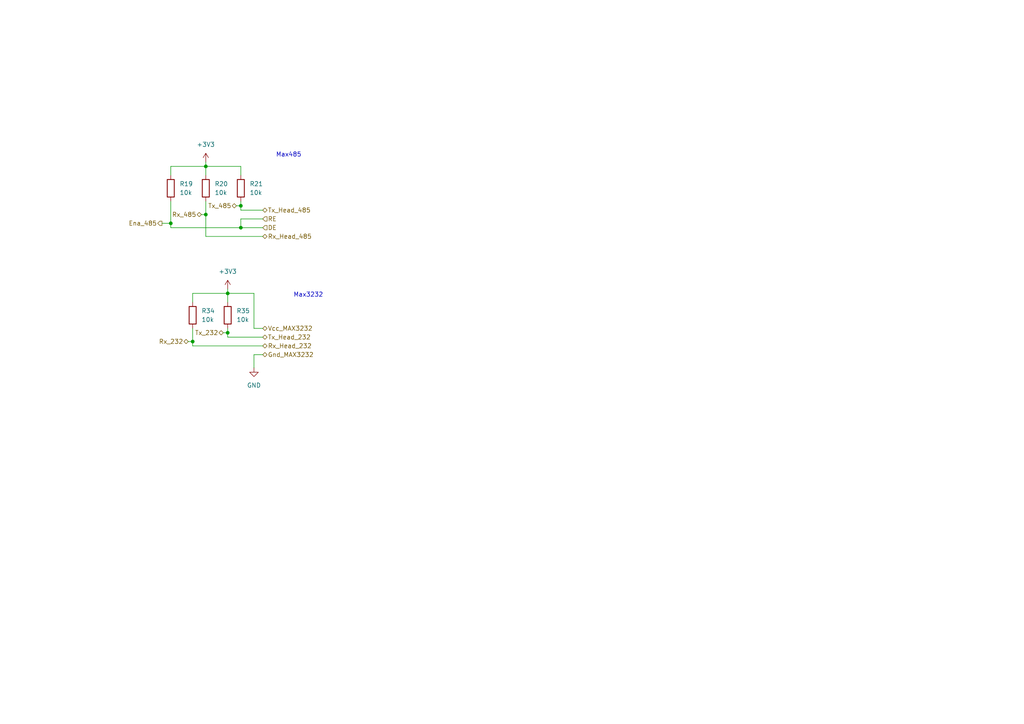
<source format=kicad_sch>
(kicad_sch (version 20211123) (generator eeschema)

  (uuid 11f3b99f-2d41-4ecb-b4c3-03260ae549fe)

  (paper "A4")

  (lib_symbols
    (symbol "Device:R" (pin_numbers hide) (pin_names (offset 0)) (in_bom yes) (on_board yes)
      (property "Reference" "R" (id 0) (at 2.032 0 90)
        (effects (font (size 1.27 1.27)))
      )
      (property "Value" "R" (id 1) (at 0 0 90)
        (effects (font (size 1.27 1.27)))
      )
      (property "Footprint" "" (id 2) (at -1.778 0 90)
        (effects (font (size 1.27 1.27)) hide)
      )
      (property "Datasheet" "~" (id 3) (at 0 0 0)
        (effects (font (size 1.27 1.27)) hide)
      )
      (property "ki_keywords" "R res resistor" (id 4) (at 0 0 0)
        (effects (font (size 1.27 1.27)) hide)
      )
      (property "ki_description" "Resistor" (id 5) (at 0 0 0)
        (effects (font (size 1.27 1.27)) hide)
      )
      (property "ki_fp_filters" "R_*" (id 6) (at 0 0 0)
        (effects (font (size 1.27 1.27)) hide)
      )
      (symbol "R_0_1"
        (rectangle (start -1.016 -2.54) (end 1.016 2.54)
          (stroke (width 0.254) (type default) (color 0 0 0 0))
          (fill (type none))
        )
      )
      (symbol "R_1_1"
        (pin passive line (at 0 3.81 270) (length 1.27)
          (name "~" (effects (font (size 1.27 1.27))))
          (number "1" (effects (font (size 1.27 1.27))))
        )
        (pin passive line (at 0 -3.81 90) (length 1.27)
          (name "~" (effects (font (size 1.27 1.27))))
          (number "2" (effects (font (size 1.27 1.27))))
        )
      )
    )
    (symbol "power:+3.3V" (power) (pin_names (offset 0)) (in_bom yes) (on_board yes)
      (property "Reference" "#PWR" (id 0) (at 0 -3.81 0)
        (effects (font (size 1.27 1.27)) hide)
      )
      (property "Value" "+3.3V" (id 1) (at 0 3.556 0)
        (effects (font (size 1.27 1.27)))
      )
      (property "Footprint" "" (id 2) (at 0 0 0)
        (effects (font (size 1.27 1.27)) hide)
      )
      (property "Datasheet" "" (id 3) (at 0 0 0)
        (effects (font (size 1.27 1.27)) hide)
      )
      (property "ki_keywords" "power-flag" (id 4) (at 0 0 0)
        (effects (font (size 1.27 1.27)) hide)
      )
      (property "ki_description" "Power symbol creates a global label with name \"+3.3V\"" (id 5) (at 0 0 0)
        (effects (font (size 1.27 1.27)) hide)
      )
      (symbol "+3.3V_0_1"
        (polyline
          (pts
            (xy -0.762 1.27)
            (xy 0 2.54)
          )
          (stroke (width 0) (type default) (color 0 0 0 0))
          (fill (type none))
        )
        (polyline
          (pts
            (xy 0 0)
            (xy 0 2.54)
          )
          (stroke (width 0) (type default) (color 0 0 0 0))
          (fill (type none))
        )
        (polyline
          (pts
            (xy 0 2.54)
            (xy 0.762 1.27)
          )
          (stroke (width 0) (type default) (color 0 0 0 0))
          (fill (type none))
        )
      )
      (symbol "+3.3V_1_1"
        (pin power_in line (at 0 0 90) (length 0) hide
          (name "+3V3" (effects (font (size 1.27 1.27))))
          (number "1" (effects (font (size 1.27 1.27))))
        )
      )
    )
    (symbol "power:GND" (power) (pin_names (offset 0)) (in_bom yes) (on_board yes)
      (property "Reference" "#PWR" (id 0) (at 0 -6.35 0)
        (effects (font (size 1.27 1.27)) hide)
      )
      (property "Value" "GND" (id 1) (at 0 -3.81 0)
        (effects (font (size 1.27 1.27)))
      )
      (property "Footprint" "" (id 2) (at 0 0 0)
        (effects (font (size 1.27 1.27)) hide)
      )
      (property "Datasheet" "" (id 3) (at 0 0 0)
        (effects (font (size 1.27 1.27)) hide)
      )
      (property "ki_keywords" "power-flag" (id 4) (at 0 0 0)
        (effects (font (size 1.27 1.27)) hide)
      )
      (property "ki_description" "Power symbol creates a global label with name \"GND\" , ground" (id 5) (at 0 0 0)
        (effects (font (size 1.27 1.27)) hide)
      )
      (symbol "GND_0_1"
        (polyline
          (pts
            (xy 0 0)
            (xy 0 -1.27)
            (xy 1.27 -1.27)
            (xy 0 -2.54)
            (xy -1.27 -1.27)
            (xy 0 -1.27)
          )
          (stroke (width 0) (type default) (color 0 0 0 0))
          (fill (type none))
        )
      )
      (symbol "GND_1_1"
        (pin power_in line (at 0 0 270) (length 0) hide
          (name "GND" (effects (font (size 1.27 1.27))))
          (number "1" (effects (font (size 1.27 1.27))))
        )
      )
    )
  )

  (junction (at 59.69 48.26) (diameter 0) (color 0 0 0 0)
    (uuid 171a7904-5b03-4635-8d8d-13e4737966de)
  )
  (junction (at 55.88 99.06) (diameter 0) (color 0 0 0 0)
    (uuid 517caf4b-6ed1-411b-af24-2443ff5399e7)
  )
  (junction (at 66.04 96.52) (diameter 0) (color 0 0 0 0)
    (uuid 58ea7dac-9d63-4a27-9c12-8452ee8ab305)
  )
  (junction (at 49.53 64.77) (diameter 0) (color 0 0 0 0)
    (uuid 67f6982d-4127-40e4-ac54-671733d03708)
  )
  (junction (at 66.04 85.09) (diameter 0) (color 0 0 0 0)
    (uuid 75718a41-bdf3-45be-8e8d-c2821ff5445d)
  )
  (junction (at 69.85 66.04) (diameter 0) (color 0 0 0 0)
    (uuid 94e166a0-a4c2-43b4-a4c9-f321a0ba915f)
  )
  (junction (at 59.69 62.23) (diameter 0) (color 0 0 0 0)
    (uuid 97ca1508-1f54-41c0-b4b7-1cfa3260d197)
  )
  (junction (at 69.85 59.69) (diameter 0) (color 0 0 0 0)
    (uuid a3cb0100-c5d3-42e0-869b-48e3e52198d8)
  )

  (wire (pts (xy 73.66 95.25) (xy 76.2 95.25))
    (stroke (width 0) (type default) (color 0 0 0 0))
    (uuid 08f1a05b-26ba-4e8b-bba2-8bb5d9c4aba7)
  )
  (wire (pts (xy 59.69 48.26) (xy 59.69 50.8))
    (stroke (width 0) (type default) (color 0 0 0 0))
    (uuid 0ff3ac6a-a1f4-48ed-b866-a2a50289fcfb)
  )
  (wire (pts (xy 49.53 48.26) (xy 59.69 48.26))
    (stroke (width 0) (type default) (color 0 0 0 0))
    (uuid 1c77099f-5fcc-4d3f-941e-f6d16892acd9)
  )
  (wire (pts (xy 49.53 58.42) (xy 49.53 64.77))
    (stroke (width 0) (type default) (color 0 0 0 0))
    (uuid 25f05fe8-94ee-4630-b914-5870337e2f03)
  )
  (wire (pts (xy 69.85 63.5) (xy 76.2 63.5))
    (stroke (width 0) (type default) (color 0 0 0 0))
    (uuid 27cb69d2-9ed8-46be-8549-a6a58f48d319)
  )
  (wire (pts (xy 55.88 85.09) (xy 66.04 85.09))
    (stroke (width 0) (type default) (color 0 0 0 0))
    (uuid 2889e2d3-0a59-44a2-93da-26efed84931b)
  )
  (wire (pts (xy 69.85 59.69) (xy 69.85 58.42))
    (stroke (width 0) (type default) (color 0 0 0 0))
    (uuid 40298f4e-ccaf-4f86-ab65-ef5a92f5d96d)
  )
  (wire (pts (xy 59.69 68.58) (xy 76.2 68.58))
    (stroke (width 0) (type default) (color 0 0 0 0))
    (uuid 476a72fc-9117-4525-9012-bf4b8e6947c2)
  )
  (wire (pts (xy 69.85 66.04) (xy 76.2 66.04))
    (stroke (width 0) (type default) (color 0 0 0 0))
    (uuid 4ac7b189-7b79-4439-8064-b1695ebbec46)
  )
  (wire (pts (xy 73.66 95.25) (xy 73.66 85.09))
    (stroke (width 0) (type default) (color 0 0 0 0))
    (uuid 4da876ea-9ae7-4c1b-8db1-025612fdb21c)
  )
  (wire (pts (xy 66.04 85.09) (xy 66.04 87.63))
    (stroke (width 0) (type default) (color 0 0 0 0))
    (uuid 5b1cd19c-9ebe-4a51-9ab6-776b9917675f)
  )
  (wire (pts (xy 59.69 62.23) (xy 59.69 58.42))
    (stroke (width 0) (type default) (color 0 0 0 0))
    (uuid 60959cc7-40f5-472d-9987-2d46d9584afc)
  )
  (wire (pts (xy 69.85 60.96) (xy 69.85 59.69))
    (stroke (width 0) (type default) (color 0 0 0 0))
    (uuid 62bbd6a6-eb59-43d3-b9e5-f7c879d4695e)
  )
  (wire (pts (xy 69.85 63.5) (xy 69.85 66.04))
    (stroke (width 0) (type default) (color 0 0 0 0))
    (uuid 6ad36736-86cf-49d8-b455-8a219387b017)
  )
  (wire (pts (xy 66.04 97.79) (xy 76.2 97.79))
    (stroke (width 0) (type default) (color 0 0 0 0))
    (uuid 722fdd28-89a1-4042-b9a4-61bc8fc6f037)
  )
  (wire (pts (xy 49.53 50.8) (xy 49.53 48.26))
    (stroke (width 0) (type default) (color 0 0 0 0))
    (uuid 74a27a86-cba0-40df-8607-1fa65dd179c2)
  )
  (wire (pts (xy 68.58 59.69) (xy 69.85 59.69))
    (stroke (width 0) (type default) (color 0 0 0 0))
    (uuid 76bf27e9-2ab5-4ce8-bb65-ff76c222e0f0)
  )
  (wire (pts (xy 46.99 64.77) (xy 49.53 64.77))
    (stroke (width 0) (type default) (color 0 0 0 0))
    (uuid 76f50c9b-7865-4cde-ab6a-6f4f14cd04db)
  )
  (wire (pts (xy 76.2 100.33) (xy 55.88 100.33))
    (stroke (width 0) (type default) (color 0 0 0 0))
    (uuid 779db2fc-3aa8-4331-a53b-14d38f68555f)
  )
  (wire (pts (xy 59.69 68.58) (xy 59.69 62.23))
    (stroke (width 0) (type default) (color 0 0 0 0))
    (uuid 894fa5c1-fb5c-40f8-ad6e-af845533b9e5)
  )
  (wire (pts (xy 69.85 66.04) (xy 49.53 66.04))
    (stroke (width 0) (type default) (color 0 0 0 0))
    (uuid 8d61c295-2e0e-4f8e-b28c-3238850b8cf9)
  )
  (wire (pts (xy 69.85 50.8) (xy 69.85 48.26))
    (stroke (width 0) (type default) (color 0 0 0 0))
    (uuid 8f20383e-28f0-4e09-8f95-08f06cb7795a)
  )
  (wire (pts (xy 55.88 100.33) (xy 55.88 99.06))
    (stroke (width 0) (type default) (color 0 0 0 0))
    (uuid 8f2c91ce-82b8-4f84-bdd0-d0d55785cc2b)
  )
  (wire (pts (xy 66.04 97.79) (xy 66.04 96.52))
    (stroke (width 0) (type default) (color 0 0 0 0))
    (uuid 954283d3-362e-4a15-beee-1a6f008d1fb5)
  )
  (wire (pts (xy 54.61 99.06) (xy 55.88 99.06))
    (stroke (width 0) (type default) (color 0 0 0 0))
    (uuid a0185791-12c6-406f-bf39-165f7a77e5d0)
  )
  (wire (pts (xy 76.2 102.87) (xy 73.66 102.87))
    (stroke (width 0) (type default) (color 0 0 0 0))
    (uuid a20df0d1-7cc8-4d1f-b3cb-9f3bd0cc0daa)
  )
  (wire (pts (xy 55.88 87.63) (xy 55.88 85.09))
    (stroke (width 0) (type default) (color 0 0 0 0))
    (uuid a7ef8093-dc30-4f1f-aefc-f316527e52a9)
  )
  (wire (pts (xy 69.85 60.96) (xy 76.2 60.96))
    (stroke (width 0) (type default) (color 0 0 0 0))
    (uuid aacc8de9-18fe-43d9-8e64-c3cf4c166545)
  )
  (wire (pts (xy 55.88 99.06) (xy 55.88 95.25))
    (stroke (width 0) (type default) (color 0 0 0 0))
    (uuid af02cc1b-1ca7-4bd0-84f9-ecdf32f7a450)
  )
  (wire (pts (xy 73.66 85.09) (xy 66.04 85.09))
    (stroke (width 0) (type default) (color 0 0 0 0))
    (uuid cad6a29a-14d5-4336-a231-41fcc5939ff9)
  )
  (wire (pts (xy 69.85 48.26) (xy 59.69 48.26))
    (stroke (width 0) (type default) (color 0 0 0 0))
    (uuid d01dcff6-9ed2-441e-8fee-4f61bc7e10e9)
  )
  (wire (pts (xy 49.53 66.04) (xy 49.53 64.77))
    (stroke (width 0) (type default) (color 0 0 0 0))
    (uuid d0bd8bff-52ae-499a-9c15-3b619e35f288)
  )
  (wire (pts (xy 66.04 96.52) (xy 66.04 95.25))
    (stroke (width 0) (type default) (color 0 0 0 0))
    (uuid d75208e9-dda3-4f53-b41b-432e3c976c98)
  )
  (wire (pts (xy 64.77 96.52) (xy 66.04 96.52))
    (stroke (width 0) (type default) (color 0 0 0 0))
    (uuid de3ffe07-dd8c-4a2f-a99f-04237bff30e8)
  )
  (wire (pts (xy 73.66 102.87) (xy 73.66 106.68))
    (stroke (width 0) (type default) (color 0 0 0 0))
    (uuid e07c0632-cadd-4f25-a476-1d8f0dd8fab2)
  )
  (wire (pts (xy 66.04 83.82) (xy 66.04 85.09))
    (stroke (width 0) (type default) (color 0 0 0 0))
    (uuid f650d9cf-e6cd-4677-99f2-c33423ab7337)
  )
  (wire (pts (xy 59.69 46.99) (xy 59.69 48.26))
    (stroke (width 0) (type default) (color 0 0 0 0))
    (uuid f719e343-7002-4eed-9477-aded76e14d9e)
  )
  (wire (pts (xy 58.42 62.23) (xy 59.69 62.23))
    (stroke (width 0) (type default) (color 0 0 0 0))
    (uuid fdc2ba05-6eab-4690-bcf8-9c8644a074b1)
  )

  (text "Max3232" (at 85.09 86.36 0)
    (effects (font (size 1.27 1.27)) (justify left bottom))
    (uuid 7e39e5b2-a236-4b3c-8d58-7ac5aa3fb115)
  )
  (text "Max485" (at 80.01 45.72 0)
    (effects (font (size 1.27 1.27)) (justify left bottom))
    (uuid 9ef796f8-9b5d-41fb-a983-12e357269a70)
  )

  (hierarchical_label "Vcc_MAX3232" (shape bidirectional) (at 76.2 95.25 0)
    (effects (font (size 1.27 1.27)) (justify left))
    (uuid 043177e1-68a0-4ef8-b738-50403373381e)
  )
  (hierarchical_label "DE" (shape input) (at 76.2 66.04 0)
    (effects (font (size 1.27 1.27)) (justify left))
    (uuid 0f0076c7-c2ca-413f-9c37-0a7a359b0229)
  )
  (hierarchical_label "RE" (shape input) (at 76.2 63.5 0)
    (effects (font (size 1.27 1.27)) (justify left))
    (uuid 25e4d8c8-d67d-479a-993a-8529f70950a8)
  )
  (hierarchical_label "Tx_Head_485" (shape bidirectional) (at 76.2 60.96 0)
    (effects (font (size 1.27 1.27)) (justify left))
    (uuid 315ba317-3911-4187-b931-73bccb0348e4)
  )
  (hierarchical_label "Tx_485" (shape bidirectional) (at 68.58 59.69 180)
    (effects (font (size 1.27 1.27)) (justify right))
    (uuid 4439a5cc-261e-44ec-963f-bc4df7c95456)
  )
  (hierarchical_label "Rx_Head_485" (shape bidirectional) (at 76.2 68.58 0)
    (effects (font (size 1.27 1.27)) (justify left))
    (uuid 4a5cbe9c-51bb-4d4e-b7e5-b6f31d6a6c89)
  )
  (hierarchical_label "Rx_Head_232" (shape bidirectional) (at 76.2 100.33 0)
    (effects (font (size 1.27 1.27)) (justify left))
    (uuid 5ce9208d-17fa-41ae-b309-36a0af0699a6)
  )
  (hierarchical_label "Tx_Head_232" (shape bidirectional) (at 76.2 97.79 0)
    (effects (font (size 1.27 1.27)) (justify left))
    (uuid 999fa3f5-05f0-41a2-8033-abb859452be8)
  )
  (hierarchical_label "Gnd_MAX3232" (shape bidirectional) (at 76.2 102.87 0)
    (effects (font (size 1.27 1.27)) (justify left))
    (uuid c3efae79-2626-46be-b0fc-202049f6b8e8)
  )
  (hierarchical_label "Rx_232" (shape bidirectional) (at 54.61 99.06 180)
    (effects (font (size 1.27 1.27)) (justify right))
    (uuid cea6646d-fd31-4380-ac63-e74514390438)
  )
  (hierarchical_label "Rx_485" (shape bidirectional) (at 58.42 62.23 180)
    (effects (font (size 1.27 1.27)) (justify right))
    (uuid d7655bb7-81f7-4e6f-82ed-414a6334c0d4)
  )
  (hierarchical_label "Ena_485" (shape output) (at 46.99 64.77 180)
    (effects (font (size 1.27 1.27)) (justify right))
    (uuid e0d2abe0-c13c-47a2-b4c4-1fa980a69fad)
  )
  (hierarchical_label "Tx_232" (shape bidirectional) (at 64.77 96.52 180)
    (effects (font (size 1.27 1.27)) (justify right))
    (uuid f0a70790-bba9-4c6f-ace9-325eceefd894)
  )

  (symbol (lib_id "Device:R") (at 59.69 54.61 0) (unit 1)
    (in_bom yes) (on_board yes) (fields_autoplaced)
    (uuid 1df72122-7013-47cc-a1a7-23d16112ad43)
    (property "Reference" "R20" (id 0) (at 62.23 53.3399 0)
      (effects (font (size 1.27 1.27)) (justify left))
    )
    (property "Value" "10k" (id 1) (at 62.23 55.8799 0)
      (effects (font (size 1.27 1.27)) (justify left))
    )
    (property "Footprint" "Resistor_SMD:R_0603_1608Metric" (id 2) (at 57.912 54.61 90)
      (effects (font (size 1.27 1.27)) hide)
    )
    (property "Datasheet" "~" (id 3) (at 59.69 54.61 0)
      (effects (font (size 1.27 1.27)) hide)
    )
    (pin "1" (uuid 336b51de-4dc1-4f38-bd52-cdd254b66bf1))
    (pin "2" (uuid ab76ee25-0fce-4f1f-9f85-af8fd08b98ac))
  )

  (symbol (lib_id "Device:R") (at 69.85 54.61 0) (unit 1)
    (in_bom yes) (on_board yes) (fields_autoplaced)
    (uuid 36da0167-d009-4345-97fa-2e57ba1a16de)
    (property "Reference" "R21" (id 0) (at 72.39 53.3399 0)
      (effects (font (size 1.27 1.27)) (justify left))
    )
    (property "Value" "10k" (id 1) (at 72.39 55.8799 0)
      (effects (font (size 1.27 1.27)) (justify left))
    )
    (property "Footprint" "Resistor_SMD:R_0603_1608Metric" (id 2) (at 68.072 54.61 90)
      (effects (font (size 1.27 1.27)) hide)
    )
    (property "Datasheet" "~" (id 3) (at 69.85 54.61 0)
      (effects (font (size 1.27 1.27)) hide)
    )
    (pin "1" (uuid 0cbd2415-f3d0-43ce-8fcf-4cd642d6717e))
    (pin "2" (uuid 8a9e0e88-b735-40df-9516-54f25c6946e7))
  )

  (symbol (lib_id "power:+3.3V") (at 59.69 46.99 0) (unit 1)
    (in_bom yes) (on_board yes) (fields_autoplaced)
    (uuid 4bec1294-bf8b-4415-86db-519886d7430f)
    (property "Reference" "#PWR041" (id 0) (at 59.69 50.8 0)
      (effects (font (size 1.27 1.27)) hide)
    )
    (property "Value" "+3.3V" (id 1) (at 59.69 41.91 0))
    (property "Footprint" "" (id 2) (at 59.69 46.99 0)
      (effects (font (size 1.27 1.27)) hide)
    )
    (property "Datasheet" "" (id 3) (at 59.69 46.99 0)
      (effects (font (size 1.27 1.27)) hide)
    )
    (pin "1" (uuid ca3d14e1-b59c-4dbc-9874-1374e1679fad))
  )

  (symbol (lib_id "Device:R") (at 49.53 54.61 0) (unit 1)
    (in_bom yes) (on_board yes) (fields_autoplaced)
    (uuid 7e531c57-ac98-4be8-a009-24178b8ec378)
    (property "Reference" "R19" (id 0) (at 52.07 53.3399 0)
      (effects (font (size 1.27 1.27)) (justify left))
    )
    (property "Value" "10k" (id 1) (at 52.07 55.8799 0)
      (effects (font (size 1.27 1.27)) (justify left))
    )
    (property "Footprint" "Resistor_SMD:R_0603_1608Metric" (id 2) (at 47.752 54.61 90)
      (effects (font (size 1.27 1.27)) hide)
    )
    (property "Datasheet" "~" (id 3) (at 49.53 54.61 0)
      (effects (font (size 1.27 1.27)) hide)
    )
    (pin "1" (uuid 6158ca30-69d5-435d-b0ff-d0cf299926ab))
    (pin "2" (uuid 72a0c50c-c192-4c9c-8859-1064db9ff746))
  )

  (symbol (lib_id "Device:R") (at 55.88 91.44 0) (unit 1)
    (in_bom yes) (on_board yes) (fields_autoplaced)
    (uuid 8d46e6d9-04a1-414c-ad3d-beb750abb312)
    (property "Reference" "R34" (id 0) (at 58.42 90.1699 0)
      (effects (font (size 1.27 1.27)) (justify left))
    )
    (property "Value" "10k" (id 1) (at 58.42 92.7099 0)
      (effects (font (size 1.27 1.27)) (justify left))
    )
    (property "Footprint" "Resistor_SMD:R_0603_1608Metric" (id 2) (at 54.102 91.44 90)
      (effects (font (size 1.27 1.27)) hide)
    )
    (property "Datasheet" "~" (id 3) (at 55.88 91.44 0)
      (effects (font (size 1.27 1.27)) hide)
    )
    (pin "1" (uuid 3f67dcde-b38d-484b-a512-584982d0d3f7))
    (pin "2" (uuid cd23cf15-06c7-4b06-b938-486975e2ec43))
  )

  (symbol (lib_id "power:GND") (at 73.66 106.68 0) (unit 1)
    (in_bom yes) (on_board yes) (fields_autoplaced)
    (uuid e4cc0cd4-fa91-4727-aaa5-c2817501f56c)
    (property "Reference" "#PWR043" (id 0) (at 73.66 113.03 0)
      (effects (font (size 1.27 1.27)) hide)
    )
    (property "Value" "GND" (id 1) (at 73.66 111.76 0))
    (property "Footprint" "" (id 2) (at 73.66 106.68 0)
      (effects (font (size 1.27 1.27)) hide)
    )
    (property "Datasheet" "" (id 3) (at 73.66 106.68 0)
      (effects (font (size 1.27 1.27)) hide)
    )
    (pin "1" (uuid 43d45b78-297a-4a2d-a32a-8b7cc8664be2))
  )

  (symbol (lib_id "power:+3.3V") (at 66.04 83.82 0) (unit 1)
    (in_bom yes) (on_board yes) (fields_autoplaced)
    (uuid e5144ce6-2438-4714-a343-8710017d9280)
    (property "Reference" "#PWR042" (id 0) (at 66.04 87.63 0)
      (effects (font (size 1.27 1.27)) hide)
    )
    (property "Value" "+3.3V" (id 1) (at 66.04 78.74 0))
    (property "Footprint" "" (id 2) (at 66.04 83.82 0)
      (effects (font (size 1.27 1.27)) hide)
    )
    (property "Datasheet" "" (id 3) (at 66.04 83.82 0)
      (effects (font (size 1.27 1.27)) hide)
    )
    (pin "1" (uuid 3f10a833-62d5-4995-a450-2e7db3be4bc9))
  )

  (symbol (lib_id "Device:R") (at 66.04 91.44 0) (unit 1)
    (in_bom yes) (on_board yes) (fields_autoplaced)
    (uuid e85b1322-7279-4b4a-8179-944c66af2c74)
    (property "Reference" "R35" (id 0) (at 68.58 90.1699 0)
      (effects (font (size 1.27 1.27)) (justify left))
    )
    (property "Value" "10k" (id 1) (at 68.58 92.7099 0)
      (effects (font (size 1.27 1.27)) (justify left))
    )
    (property "Footprint" "Resistor_SMD:R_0603_1608Metric" (id 2) (at 64.262 91.44 90)
      (effects (font (size 1.27 1.27)) hide)
    )
    (property "Datasheet" "~" (id 3) (at 66.04 91.44 0)
      (effects (font (size 1.27 1.27)) hide)
    )
    (pin "1" (uuid eeebb08c-01eb-4b7a-bb75-1148a0e0cf75))
    (pin "2" (uuid 894fe84e-e4ab-4a88-9e05-543f30b67433))
  )
)

</source>
